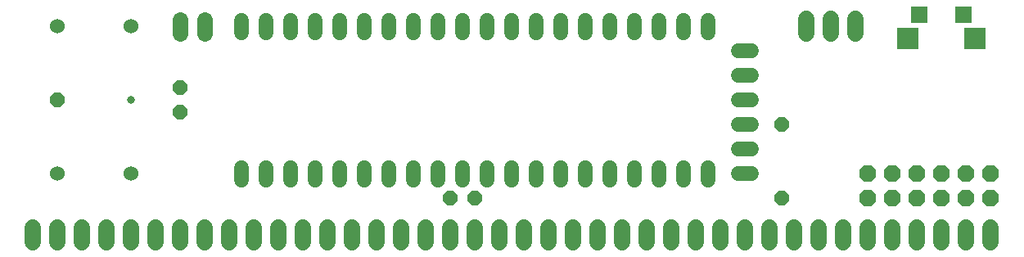
<source format=gbs>
G75*
%MOIN*%
%OFA0B0*%
%FSLAX24Y24*%
%IPPOS*%
%LPD*%
%AMOC8*
5,1,8,0,0,1.08239X$1,22.5*
%
%ADD10C,0.0316*%
%ADD11C,0.0600*%
%ADD12OC8,0.0680*%
%ADD13C,0.0680*%
%ADD14OC8,0.0600*%
%ADD15C,0.0600*%
%ADD16OC8,0.0595*%
%ADD17R,0.0680X0.0680*%
%ADD18R,0.0905X0.0905*%
%ADD19C,0.0640*%
D10*
X004680Y006680D03*
D11*
X009180Y003940D02*
X009180Y003420D01*
X010180Y003420D02*
X010180Y003940D01*
X011180Y003940D02*
X011180Y003420D01*
X012180Y003420D02*
X012180Y003940D01*
X013180Y003940D02*
X013180Y003420D01*
X014180Y003420D02*
X014180Y003940D01*
X015180Y003940D02*
X015180Y003420D01*
X016180Y003420D02*
X016180Y003940D01*
X017180Y003940D02*
X017180Y003420D01*
X018180Y003420D02*
X018180Y003940D01*
X019180Y003940D02*
X019180Y003420D01*
X020180Y003420D02*
X020180Y003940D01*
X021180Y003940D02*
X021180Y003420D01*
X022180Y003420D02*
X022180Y003940D01*
X023180Y003940D02*
X023180Y003420D01*
X024180Y003420D02*
X024180Y003940D01*
X025180Y003940D02*
X025180Y003420D01*
X026180Y003420D02*
X026180Y003940D01*
X027180Y003940D02*
X027180Y003420D01*
X028180Y003420D02*
X028180Y003940D01*
X029420Y003680D02*
X029940Y003680D01*
X029940Y004680D02*
X029420Y004680D01*
X029420Y005680D02*
X029940Y005680D01*
X029940Y006680D02*
X029420Y006680D01*
X029420Y007680D02*
X029940Y007680D01*
X029940Y008680D02*
X029420Y008680D01*
X028180Y009420D02*
X028180Y009940D01*
X027180Y009940D02*
X027180Y009420D01*
X026180Y009420D02*
X026180Y009940D01*
X025180Y009940D02*
X025180Y009420D01*
X024180Y009420D02*
X024180Y009940D01*
X023180Y009940D02*
X023180Y009420D01*
X022180Y009420D02*
X022180Y009940D01*
X021180Y009940D02*
X021180Y009420D01*
X020180Y009420D02*
X020180Y009940D01*
X019180Y009940D02*
X019180Y009420D01*
X018180Y009420D02*
X018180Y009940D01*
X017180Y009940D02*
X017180Y009420D01*
X016180Y009420D02*
X016180Y009940D01*
X015180Y009940D02*
X015180Y009420D01*
X014180Y009420D02*
X014180Y009940D01*
X013180Y009940D02*
X013180Y009420D01*
X012180Y009420D02*
X012180Y009940D01*
X011180Y009940D02*
X011180Y009420D01*
X010180Y009420D02*
X010180Y009940D01*
X009180Y009940D02*
X009180Y009420D01*
D12*
X034680Y003680D03*
X035680Y003680D03*
X036680Y003680D03*
X037680Y003680D03*
X038680Y003680D03*
X039680Y003680D03*
X039680Y002680D03*
X038680Y002680D03*
X037680Y002680D03*
X036680Y002680D03*
X035680Y002680D03*
X034680Y002680D03*
D13*
X000680Y001480D02*
X000680Y000880D01*
X001680Y000880D02*
X001680Y001480D01*
X002680Y001480D02*
X002680Y000880D01*
X003680Y000880D02*
X003680Y001480D01*
X004680Y001480D02*
X004680Y000880D01*
X005680Y000880D02*
X005680Y001480D01*
X006680Y001480D02*
X006680Y000880D01*
X007680Y000880D02*
X007680Y001480D01*
X008680Y001480D02*
X008680Y000880D01*
X009680Y000880D02*
X009680Y001480D01*
X010680Y001480D02*
X010680Y000880D01*
X011680Y000880D02*
X011680Y001480D01*
X012680Y001480D02*
X012680Y000880D01*
X013680Y000880D02*
X013680Y001480D01*
X014680Y001480D02*
X014680Y000880D01*
X015680Y000880D02*
X015680Y001480D01*
X016680Y001480D02*
X016680Y000880D01*
X017680Y000880D02*
X017680Y001480D01*
X018680Y001480D02*
X018680Y000880D01*
X019680Y000880D02*
X019680Y001480D01*
X020680Y001480D02*
X020680Y000880D01*
X021680Y000880D02*
X021680Y001480D01*
X022680Y001480D02*
X022680Y000880D01*
X023680Y000880D02*
X023680Y001480D01*
X024680Y001480D02*
X024680Y000880D01*
X025680Y000880D02*
X025680Y001480D01*
X026680Y001480D02*
X026680Y000880D01*
X027680Y000880D02*
X027680Y001480D01*
X028680Y001480D02*
X028680Y000880D01*
X029680Y000880D02*
X029680Y001480D01*
X030680Y001480D02*
X030680Y000880D01*
X031680Y000880D02*
X031680Y001480D01*
X032680Y001480D02*
X032680Y000880D01*
X033680Y000880D02*
X033680Y001480D01*
X034680Y001480D02*
X034680Y000880D01*
X035680Y000880D02*
X035680Y001480D01*
X036680Y001480D02*
X036680Y000880D01*
X037680Y000880D02*
X037680Y001480D01*
X038680Y001480D02*
X038680Y000880D01*
X039680Y000880D02*
X039680Y001480D01*
X034180Y009380D02*
X034180Y009980D01*
X033180Y009980D02*
X033180Y009380D01*
X032180Y009380D02*
X032180Y009980D01*
D14*
X031180Y005680D03*
X031180Y002680D03*
X018680Y002680D03*
X017680Y002680D03*
X006680Y006180D03*
X006680Y007180D03*
D15*
X004680Y009680D03*
X001680Y009680D03*
X001680Y003680D03*
X004680Y003680D03*
D16*
X001680Y006680D03*
D17*
X036795Y010170D03*
X038565Y010170D03*
D18*
X039060Y009190D03*
X036300Y009190D03*
D19*
X007680Y009400D02*
X007680Y009960D01*
X006680Y009960D02*
X006680Y009400D01*
M02*

</source>
